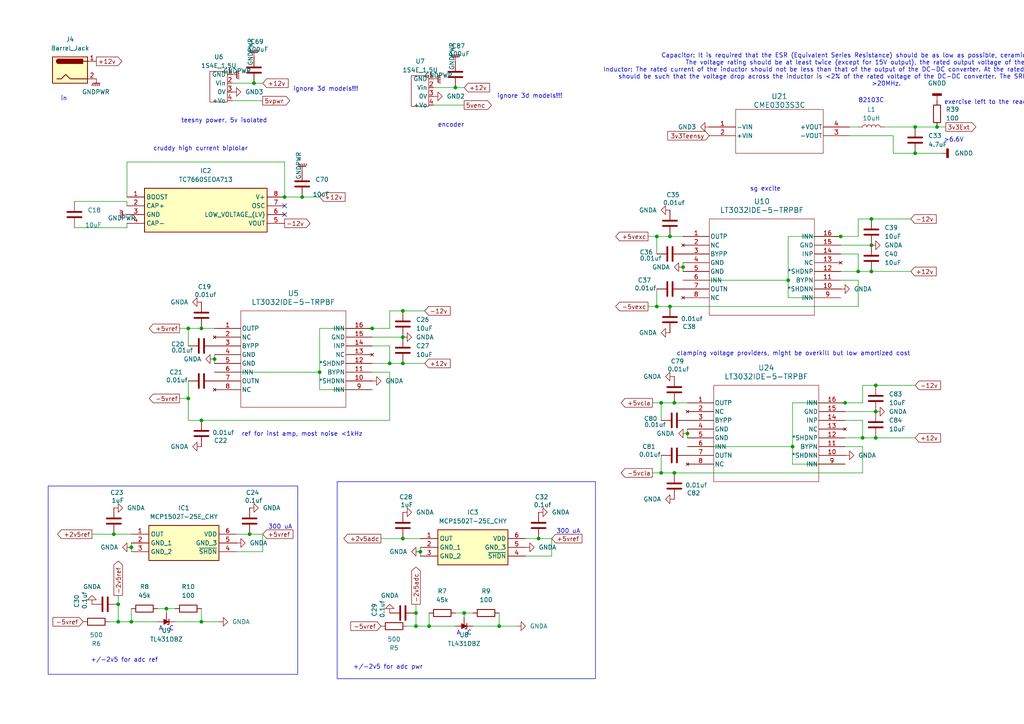
<source format=kicad_sch>
(kicad_sch (version 20231120) (generator "eeschema") (generator_version "8.0")
  (paper "A4")
  (lib_symbols
    (symbol "C_1" (pin_numbers hide) (pin_names (offset 0.254))
      (property "Reference" "C" (at 0.635 2.54 0))
      (property "Value" "C" (at 0.635 -2.54 0))
      (symbol "C_1_0_1"
        (polyline (pts (xy -2.032 -0.762) (xy 2.032 -0.762)) (stroke (width 0.508)))
        (polyline (pts (xy -2.032 0.762) (xy 2.032 0.762)) (stroke (width 0.508)))
      )
      (symbol "C_1_1_1"
        (pin passive line (at 0 3.81 270) (length 2.794) (name "~") (number "1"))
        (pin passive line (at 0 -3.81 90) (length 2.794) (name "~") (number "2"))
      )
    )
    (symbol "Connector:Barrel_Jack" (pin_names (offset 1.016))
      (property "Reference" "J" (at 0 5.334 0))
      (property "Value" "Barrel_Jack" (at 0 -5.08 0))
      (symbol "Barrel_Jack_0_1"
        (rectangle (start -5.08 3.81) (end 5.08 -3.81) (stroke (width 0.254)) (fill (type background)))
        (arc (start -3.302 3.175) (mid -3.9343 2.54) (end -3.302 1.905) (stroke (width 0.254)))
        (arc (start -3.302 3.175) (mid -3.9343 2.54) (end -3.302 1.905) (stroke (width 0.254)) (fill (type outline)))
        (polyline (pts (xy 5.08 2.54) (xy 3.81 2.54)) (stroke (width 0.254)))
        (polyline (pts (xy -3.81 -2.54) (xy -2.54 -2.54) (xy -1.27 -1.27) (xy 0 -2.54) (xy 2.54 -2.54) (xy 5.08 -2.54)) (stroke (width 0.254)))
        (rectangle (start 3.683 3.175) (end -3.302 1.905) (stroke (width 0.254)) (fill (type outline)))
      )
      (symbol "Barrel_Jack_1_1"
        (pin passive line (at 7.62 2.54 180) (length 2.54) (name "~") (number "1"))
        (pin passive line (at 7.62 -2.54 180) (length 2.54) (name "~") (number "2"))
      )
    )
    (symbol "Device:C" (pin_numbers hide) (pin_names (offset 0.254))
      (property "Reference" "C" (at 0.635 2.54 0))
      (property "Value" "C" (at 0.635 -2.54 0))
      (symbol "C_0_1"
        (polyline (pts (xy -2.032 -0.762) (xy 2.032 -0.762)) (stroke (width 0.508)))
        (polyline (pts (xy -2.032 0.762) (xy 2.032 0.762)) (stroke (width 0.508)))
      )
      (symbol "C_1_1"
        (pin passive line (at 0 3.81 270) (length 2.794) (name "~") (number "1"))
        (pin passive line (at 0 -3.81 90) (length 2.794) (name "~") (number "2"))
      )
    )
    (symbol "Device:L" (pin_numbers hide) (pin_names (offset 1.016) hide)
      (property "Reference" "L" (at -1.27 0 90))
      (property "Value" "L" (at 1.905 0 90))
      (symbol "L_0_1"
        (arc (start 0 -2.54) (mid 0.6323 -1.905) (end 0 -1.27))
        (arc (start 0 -1.27) (mid 0.6323 -0.635) (end 0 0))
        (arc (start 0 0) (mid 0.6323 0.635) (end 0 1.27))
        (arc (start 0 1.27) (mid 0.6323 1.905) (end 0 2.54))
      )
      (symbol "L_1_1"
        (pin passive line (at 0 3.81 270) (length 1.27) (name "1") (number "1"))
        (pin passive line (at 0 -3.81 90) (length 1.27) (name "2") (number "2"))
      )
    )
    (symbol "Device:R" (pin_numbers hide) (pin_names (offset 0))
      (property "Reference" "R" (at 2.032 0 90))
      (property "Value" "R" (at 0 0 90))
      (symbol "R_0_1"
        (rectangle (start -1.016 -2.54) (end 1.016 2.54) (stroke (width 0.254)))
      )
      (symbol "R_1_1"
        (pin passive line (at 0 3.81 270) (length 1.27) (name "~") (number "1"))
        (pin passive line (at 0 -3.81 90) (length 1.27) (name "~") (number "2"))
      )
    )
    (symbol "GNDA_1" (power) (pin_numbers hide) (pin_names (offset 0) hide)
      (property "Value" "GNDA" (at 0 -3.81 0))
      (symbol "GNDA_1_0_1"
        (polyline (pts (xy 0 0) (xy 0 -1.27) (xy 1.27 -1.27) (xy 0 -2.54) (xy -1.27 -1.27) (xy 0 -1.27)))
      )
      (symbol "GNDA_1_1_1"
        (pin power_in line (at 0 0 270) (length 0) (name "~") (number "1"))
      )
    )
    (symbol "Reference_Voltage:TL431DBZ" (pin_numbers hide) (pin_names hide)
      (property "Reference" "U" (at -2.54 2.54 0))
      (property "Value" "TL431DBZ" (at 0 -2.54 0))
      (symbol "TL431DBZ_0_1"
        (polyline (pts (xy -1.27 0) (xy 0 0) (xy 1.27 0)))
        (polyline (pts (xy -0.762 -0.762) (xy -0.762 0.762) (xy 0.762 0) (xy -0.762 -0.762)) (fill (type outline)))
        (polyline (pts (xy 0.254 -0.762) (xy 0.762 -0.762) (xy 0.762 0.762) (xy 0.762 0.762)) (stroke (width 0.254)))
      )
      (symbol "TL431DBZ_1_1"
        (pin passive line (at 2.54 0 180) (length 2.54) (name "K") (number "1"))
        (pin passive line (at 0 2.54 270) (length 2.54) (name "REF") (number "2"))
        (pin passive line (at -2.54 0 0) (length 2.54) (name "A") (number "3"))
      )
    )
    (symbol "dyno_inst_sym:1S4E_0505S1.5U"
      (property "Reference" "U" (at 0 4.826 0))
      (property "Value" "1S4E_1.5U" (at 0 0 0))
      (symbol "1S4E_0505S1.5U_0_1"
        (rectangle (start -2.6378 3.4211) (end 2.4422 -5.4689))
      )
      (symbol "1S4E_0505S1.5U_1_1"
        (pin power_out line (at 3.81 2.54 180) (length 1.27) (name "GND") (number "1"))
        (pin power_in line (at 3.81 0 180) (length 1.27) (name "Vin") (number "2"))
        (pin power_out line (at 3.81 -2.54 180) (length 1.27) (name "0V") (number "3"))
        (pin power_out line (at 3.81 -5.08 180) (length 1.27) (name "+Vo") (number "4"))
      )
    )
    (symbol "dyno_inst_sym:CME0303S3C" (pin_names (offset 0.254))
      (property "Reference" "U" (at 20.32 10.16 0))
      (property "Value" "CME0303S3C" (at 20.32 7.62 0))
      (symbol "CME0303S3C_0_1"
        (polyline (pts (xy 7.62 -7.62) (xy 33.02 -7.62)) (stroke (width 0.127)))
        (polyline (pts (xy 7.62 5.08) (xy 7.62 -7.62)) (stroke (width 0.127)))
        (polyline (pts (xy 33.02 -7.62) (xy 33.02 5.08)) (stroke (width 0.127)))
        (polyline (pts (xy 33.02 5.08) (xy 7.62 5.08)) (stroke (width 0.127)))
        (pin power_in line (at 0 0 0) (length 7.62) (name "-VIN") (number "1"))
        (pin power_in line (at 0 -2.54 0) (length 7.62) (name "+VIN") (number "2"))
        (pin power_in line (at 40.64 -2.54 180) (length 7.62) (name "-VOUT") (number "3"))
        (pin power_in line (at 40.64 0 180) (length 7.62) (name "+VOUT") (number "4"))
      )
    )
    (symbol "dyno_inst_sym:LT3032IDE-5-TRPBF" (pin_names (offset 0.254))
      (property "Reference" "U" (at 22.86 10.16 0))
      (property "Value" "LT3032IDE-5-TRPBF" (at 22.86 7.62 0))
      (symbol "LT3032IDE-5-TRPBF_0_1"
        (polyline (pts (xy 7.62 -22.86) (xy 38.1 -22.86)) (stroke (width 0.127)))
        (polyline (pts (xy 7.62 5.08) (xy 7.62 -22.86)) (stroke (width 0.127)))
        (polyline (pts (xy 38.1 -22.86) (xy 38.1 5.08)) (stroke (width 0.127)))
        (polyline (pts (xy 38.1 5.08) (xy 7.62 5.08)) (stroke (width 0.127)))
        (pin output line (at 0 0 0) (length 7.62) (name "OUTP") (number "1"))
        (pin input line (at 45.72 -15.24 180) (length 7.62) (name "*SHDNN") (number "10"))
        (pin unspecified line (at 45.72 -12.7 180) (length 7.62) (name "BYPN") (number "11"))
        (pin input line (at 45.72 -10.16 180) (length 7.62) (name "*SHDNP") (number "12"))
        (pin no_connect line (at 45.72 -7.62 180) (length 7.62) (name "NC") (number "13"))
        (pin input line (at 45.72 -5.08 180) (length 7.62) (name "INP") (number "14"))
        (pin power_out line (at 45.72 -2.54 180) (length 7.62) (name "GND") (number "15"))
        (pin input line (at 45.72 0 180) (length 7.62) (name "INN") (number "16"))
        (pin no_connect line (at 0 -2.54 0) (length 7.62) (name "NC") (number "2"))
        (pin unspecified line (at 0 -5.08 0) (length 7.62) (name "BYPP") (number "3"))
        (pin power_out line (at 0 -7.62 0) (length 7.62) (name "GND") (number "4"))
        (pin power_out line (at 0 -10.16 0) (length 7.62) (name "GND") (number "5"))
        (pin input line (at 0 -12.7 0) (length 7.62) (name "INN") (number "6"))
        (pin output line (at 0 -15.24 0) (length 7.62) (name "OUTN") (number "7"))
        (pin no_connect line (at 0 -17.78 0) (length 7.62) (name "NC") (number "8"))
        (pin input line (at 45.72 -17.78 180) (length 7.62) (name "INN") (number "9"))
      )
    )
    (symbol "dyno_inst_sym:MCP1502T-50E_CHY"
      (property "Reference" "IC2" (at 15.24 7.62 0))
      (property "Value" "MCP1502T-25E_CHY" (at 15.24 5.08 0))
      (symbol "MCP1502T-50E_CHY_1_1"
        (rectangle (start 5.08 2.54) (end 25.4 -7.62) (stroke (width 0.254)) (fill (type background)))
        (pin passive line (at 0 0 0) (length 5.08) (name "OUT") (number "1"))
        (pin passive line (at 0 -2.54 0) (length 5.08) (name "GND_1") (number "2"))
        (pin passive line (at 0 -5.08 0) (length 5.08) (name "GND_2") (number "3"))
        (pin passive line (at 30.48 -5.08 180) (length 5.08) (name "~{SHDN}") (number "4"))
        (pin passive line (at 30.48 -2.54 180) (length 5.08) (name "GND_3") (number "5"))
        (pin passive line (at 30.48 0 180) (length 5.08) (name "VDD") (number "6"))
      )
    )
    (symbol "dyno_inst_sym:TC7660SEOA713"
      (property "Reference" "IC" (at 41.91 7.62 0))
      (property "Value" "TC7660SEOA713" (at 41.91 5.08 0))
      (symbol "TC7660SEOA713_1_1"
        (rectangle (start 5.08 2.54) (end 40.64 -10.16) (stroke (width 0.254)) (fill (type background)))
        (pin passive line (at 0 0 0) (length 5.08) (name "BOOST") (number "1"))
        (pin passive line (at 0 -2.54 0) (length 5.08) (name "CAP+") (number "2"))
        (pin passive line (at 0 -5.08 0) (length 5.08) (name "GND") (number "3"))
        (pin passive line (at 0 -7.62 0) (length 5.08) (name "CAP-") (number "4"))
        (pin passive line (at 45.72 -7.62 180) (length 5.08) (name "VOUT") (number "5"))
        (pin passive line (at 45.72 -5.08 180) (length 5.08) (name "LOW_VOLTAGE_(LV)") (number "6"))
        (pin passive line (at 45.72 -2.54 180) (length 5.08) (name "OSC") (number "7"))
        (pin passive line (at 45.72 0 180) (length 5.08) (name "V+") (number "8"))
      )
    )
    (symbol "power:GND2" (power) (pin_numbers hide) (pin_names (offset 0) hide)
      (property "Value" "GND2" (at 0 -3.81 0))
      (symbol "GND2_0_1"
        (polyline (pts (xy 0 0) (xy 0 -1.27) (xy 1.27 -1.27) (xy 0 -2.54) (xy -1.27 -1.27) (xy 0 -1.27)))
      )
      (symbol "GND2_1_1"
        (pin power_in line (at 0 0 270) (length 0) (name "~") (number "1"))
      )
    )
    (symbol "power:GND3" (power) (pin_numbers hide) (pin_names (offset 0) hide)
      (property "Value" "GND3" (at 0 -3.81 0))
      (symbol "GND3_0_1"
        (polyline (pts (xy 0 0) (xy 0 -1.27) (xy 1.27 -1.27) (xy 0 -2.54) (xy -1.27 -1.27) (xy 0 -1.27)))
      )
      (symbol "GND3_1_1"
        (pin power_in line (at 0 0 270) (length 0) (name "~") (number "1"))
      )
    )
    (symbol "power:GNDD" (power) (pin_names (offset 0))
      (property "Value" "GNDD" (at 0 -3.175 0))
      (symbol "GNDD_0_1"
        (rectangle (start -1.27 -1.524) (end 1.27 -2.032) (stroke (width 0.254)) (fill (type outline)))
        (polyline (pts (xy 0 0) (xy 0 -1.524)))
      )
      (symbol "GNDD_1_1"
        (pin power_in line (at 0 0 270) (length 0) hide (name "GNDD") (number "1"))
      )
    )
    (symbol "power:GNDPWR" (power) (pin_numbers hide) (pin_names (offset 0) hide)
      (property "Value" "GNDPWR" (at 0 -3.302 0))
      (symbol "GNDPWR_0_1"
        (polyline (pts (xy 0 -1.27) (xy 0 0)))
        (polyline (pts (xy -1.016 -1.27) (xy -1.27 -2.032) (xy -1.27 -2.032)) (stroke (width 0.2032)))
        (polyline (pts (xy -0.508 -1.27) (xy -0.762 -2.032) (xy -0.762 -2.032)) (stroke (width 0.2032)))
        (polyline (pts (xy 0 -1.27) (xy -0.254 -2.032) (xy -0.254 -2.032)) (stroke (width 0.2032)))
        (polyline (pts (xy 0.508 -1.27) (xy 0.254 -2.032) (xy 0.254 -2.032)) (stroke (width 0.2032)))
        (polyline (pts (xy 1.016 -1.27) (xy -1.016 -1.27) (xy -1.016 -1.27)) (stroke (width 0.2032)))
        (polyline (pts (xy 1.016 -1.27) (xy 0.762 -2.032) (xy 0.762 -2.032) (xy 0.762 -2.032)) (stroke (width 0.2032)))
      )
      (symbol "GNDPWR_1_1"
        (pin power_in line (at 0 0 270) (length 0) (name "~") (number "1"))
      )
    )
  )
  (junction (at 54.61 115.57))
  (junction (at 132.08 25.4))
  (junction (at 254 119.38))
  (junction (at 252.73 63.5))
  (junction (at 265.43 44.45))
  (junction (at 228.6 81.28))
  (junction (at 144.78 181.61))
  (junction (at 107.95 95.25))
  (junction (at 82.55 57.15))
  (junction (at 73.66 24.13))
  (junction (at 199.39 125.73))
  (junction (at 190.5 68.58))
  (junction (at 92.71 107.95))
  (junction (at 58.42 180.34))
  (junction (at 120.65 181.61))
  (junction (at 58.42 121.92))
  (junction (at 134.62 177.8))
  (junction (at 48.26 176.53))
  (junction (at 34.29 180.34))
  (junction (at 120.65 177.8))
  (junction (at 58.42 95.25))
  (junction (at 252.73 71.12))
  (junction (at 248.92 78.74))
  (junction (at 194.31 88.9))
  (junction (at 198.12 77.47))
  (junction (at 116.84 105.41))
  (junction (at 38.1 158.75))
  (junction (at 271.78 36.83))
  (junction (at 254 127))
  (junction (at 229.87 129.54))
  (junction (at 116.84 90.17))
  (junction (at 195.58 116.84))
  (junction (at 191.77 137.16))
  (junction (at 243.84 68.58))
  (junction (at 87.63 57.15))
  (junction (at 34.29 175.26))
  (junction (at 38.1 180.34))
  (junction (at 195.58 137.16))
  (junction (at 156.21 156.21))
  (junction (at 116.84 156.21))
  (junction (at 54.61 95.25))
  (junction (at 124.46 181.61))
  (junction (at 113.03 105.41))
  (junction (at 116.84 97.79))
  (junction (at 72.39 154.94))
  (junction (at 194.31 68.58))
  (junction (at 254 111.76))
  (junction (at 245.11 116.84))
  (junction (at 265.43 36.83))
  (junction (at 191.77 116.84))
  (junction (at 252.73 78.74))
  (junction (at 33.02 154.94))
  (junction (at 190.5 88.9))
  (junction (at 250.19 127))
  (junction (at 121.92 160.02))
  (junction (at 62.23 104.14))
  (no_connect (at 82.55 59.69))
  (no_connect (at 82.55 62.23))
  (wire (pts (xy 194.31 68.58) (xy 198.12 68.58)))
  (wire (pts (xy 62.23 104.14) (xy 62.23 105.41)))
  (wire (pts (xy 248.92 68.58) (xy 243.84 68.58)))
  (wire (pts (xy 76.2 160.02) (xy 76.2 154.94)))
  (wire (pts (xy 113.03 90.17) (xy 113.03 95.25)))
  (wire (pts (xy 137.16 181.61) (xy 144.78 181.61)))
  (wire (pts (xy 120.65 181.61) (xy 118.11 181.61)))
  (wire (pts (xy 190.5 73.66) (xy 190.5 68.58)))
  (wire (pts (xy 191.77 116.84) (xy 195.58 116.84)))
  (wire (pts (xy 189.23 137.16) (xy 191.77 137.16)))
  (wire (pts (xy 254 111.76) (xy 250.19 111.76)))
  (wire (pts (xy 72.39 154.94) (xy 76.2 154.94)))
  (wire (pts (xy 228.6 86.36) (xy 243.84 86.36)))
  (wire (pts (xy 38.1 158.75) (xy 38.1 157.48)))
  (wire (pts (xy 190.5 68.58) (xy 194.31 68.58)))
  (wire (pts (xy 58.42 121.92) (xy 113.03 121.92)))
  (wire (pts (xy 52.07 95.25) (xy 54.61 95.25)))
  (wire (pts (xy 48.26 177.8) (xy 48.26 176.53)))
  (wire (pts (xy 113.03 107.95) (xy 107.95 107.95)))
  (wire (pts (xy 195.58 116.84) (xy 199.39 116.84)))
  (wire (pts (xy 190.5 83.82) (xy 190.5 88.9)))
  (wire (pts (xy 54.61 110.49) (xy 54.61 115.57)))
  (wire (pts (xy 26.67 154.94) (xy 33.02 154.94)))
  (wire (pts (xy 45.72 176.53) (xy 48.26 176.53)))
  (wire (pts (xy 54.61 100.33) (xy 54.61 95.25)))
  (wire (pts (xy 187.96 68.58) (xy 190.5 68.58)))
  (wire (pts (xy 156.21 156.21) (xy 160.02 156.21)))
  (wire (pts (xy 250.19 137.16) (xy 250.19 129.54)))
  (wire (pts (xy 38.1 180.34) (xy 34.29 180.34)))
  (wire (pts (xy 68.58 160.02) (xy 76.2 160.02)))
  (wire (pts (xy 45.72 180.34) (xy 38.1 180.34)))
  (wire (pts (xy 82.55 46.99) (xy 82.55 57.15)))
  (wire (pts (xy 132.08 181.61) (xy 124.46 181.61)))
  (wire (pts (xy 113.03 100.33) (xy 113.03 105.41)))
  (wire (pts (xy 228.6 68.58) (xy 228.6 81.28)))
  (wire (pts (xy 252.73 63.5) (xy 248.92 63.5)))
  (wire (pts (xy 82.55 57.15) (xy 87.63 57.15)))
  (wire (pts (xy 124.46 177.8) (xy 124.46 181.61)))
  (wire (pts (xy 121.92 160.02) (xy 121.92 158.75)))
  (wire (pts (xy 190.5 88.9) (xy 194.31 88.9)))
  (wire (pts (xy 58.42 95.25) (xy 62.23 95.25)))
  (wire (pts (xy 62.23 107.95) (xy 92.71 107.95)))
  (wire (pts (xy 54.61 95.25) (xy 58.42 95.25)))
  (wire (pts (xy 110.49 156.21) (xy 116.84 156.21)))
  (wire (pts (xy 58.42 176.53) (xy 58.42 180.34)))
  (wire (pts (xy 259.08 39.37) (xy 246.38 39.37)))
  (wire (pts (xy 243.84 68.58) (xy 228.6 68.58)))
  (wire (pts (xy 38.1 160.02) (xy 38.1 158.75)))
  (wire (pts (xy 199.39 125.73) (xy 199.39 127)))
  (wire (pts (xy 36.83 46.99) (xy 82.55 46.99)))
  (wire (pts (xy 254 111.76) (xy 265.43 111.76)))
  (wire (pts (xy 120.65 175.26) (xy 120.65 177.8)))
  (wire (pts (xy 273.05 44.45) (xy 265.43 44.45)))
  (wire (pts (xy 198.12 77.47) (xy 198.12 78.74)))
  (wire (pts (xy 245.11 127) (xy 250.19 127)))
  (wire (pts (xy 248.92 81.28) (xy 243.84 81.28)))
  (wire (pts (xy 116.84 90.17) (xy 113.03 90.17)))
  (wire (pts (xy 54.61 121.92) (xy 58.42 121.92)))
  (wire (pts (xy 113.03 121.92) (xy 113.03 107.95)))
  (wire (pts (xy 245.11 121.92) (xy 250.19 121.92)))
  (wire (pts (xy 271.78 36.83) (xy 265.43 36.83)))
  (wire (pts (xy 62.23 104.14) (xy 62.23 102.87)))
  (wire (pts (xy 248.92 78.74) (xy 252.73 78.74)))
  (wire (pts (xy 54.61 121.92) (xy 54.61 115.57)))
  (wire (pts (xy 36.83 57.15) (xy 36.83 46.99)))
  (wire (pts (xy 252.73 71.12) (xy 243.84 71.12)))
  (wire (pts (xy 92.71 107.95) (xy 92.71 113.03)))
  (wire (pts (xy 229.87 116.84) (xy 229.87 129.54)))
  (wire (pts (xy 121.92 161.29) (xy 121.92 160.02)))
  (wire (pts (xy 250.19 129.54) (xy 245.11 129.54)))
  (wire (pts (xy 120.65 177.8) (xy 120.65 181.61)))
  (wire (pts (xy 116.84 97.79) (xy 107.95 97.79)))
  (wire (pts (xy 33.02 154.94) (xy 38.1 154.94)))
  (wire (pts (xy 134.62 179.07) (xy 134.62 177.8)))
  (wire (pts (xy 243.84 78.74) (xy 248.92 78.74)))
  (wire (pts (xy 199.39 129.54) (xy 229.87 129.54)))
  (wire (pts (xy 250.19 111.76) (xy 250.19 116.84)))
  (wire (pts (xy 132.08 177.8) (xy 134.62 177.8)))
  (wire (pts (xy 187.96 88.9) (xy 190.5 88.9)))
  (wire (pts (xy 34.29 172.72) (xy 34.29 175.26)))
  (wire (pts (xy 73.66 24.13) (xy 67.31 24.13)))
  (wire (pts (xy 252.73 63.5) (xy 264.16 63.5)))
  (wire (pts (xy 152.4 156.21) (xy 156.21 156.21)))
  (wire (pts (xy 76.2 29.21) (xy 67.31 29.21)))
  (wire (pts (xy 248.92 36.83) (xy 246.38 36.83)))
  (wire (pts (xy 123.19 105.41) (xy 116.84 105.41)))
  (wire (pts (xy 144.78 177.8) (xy 144.78 181.61)))
  (wire (pts (xy 36.83 64.77) (xy 36.83 66.04)))
  (wire (pts (xy 36.83 66.04) (xy 21.59 66.04)))
  (wire (pts (xy 63.5 180.34) (xy 58.42 180.34)))
  (wire (pts (xy 265.43 44.45) (xy 259.08 44.45)))
  (wire (pts (xy 152.4 161.29) (xy 160.02 161.29)))
  (wire (pts (xy 134.62 25.4) (xy 132.08 25.4)))
  (wire (pts (xy 228.6 81.28) (xy 228.6 86.36)))
  (wire (pts (xy 107.95 95.25) (xy 92.71 95.25)))
  (wire (pts (xy 229.87 129.54) (xy 229.87 134.62)))
  (wire (pts (xy 198.12 81.28) (xy 228.6 81.28)))
  (wire (pts (xy 229.87 134.62) (xy 245.11 134.62)))
  (wire (pts (xy 34.29 175.26) (xy 34.29 180.34)))
  (wire (pts (xy 191.77 137.16) (xy 195.58 137.16)))
  (wire (pts (xy 34.29 180.34) (xy 31.75 180.34)))
  (wire (pts (xy 254 119.38) (xy 245.11 119.38)))
  (wire (pts (xy 191.77 132.08) (xy 191.77 137.16)))
  (wire (pts (xy 189.23 116.84) (xy 191.77 116.84)))
  (wire (pts (xy 264.16 78.74) (xy 252.73 78.74)))
  (wire (pts (xy 113.03 95.25) (xy 107.95 95.25)))
  (wire (pts (xy 194.31 88.9) (xy 248.92 88.9)))
  (wire (pts (xy 36.83 59.69) (xy 36.83 58.42)))
  (wire (pts (xy 52.07 115.57) (xy 54.61 115.57)))
  (wire (pts (xy 124.46 181.61) (xy 120.65 181.61)))
  (wire (pts (xy 48.26 176.53) (xy 50.8 176.53)))
  (wire (pts (xy 36.83 58.42) (xy 21.59 58.42)))
  (wire (pts (xy 116.84 90.17) (xy 123.19 90.17)))
  (wire (pts (xy 248.92 73.66) (xy 248.92 78.74)))
  (wire (pts (xy 38.1 176.53) (xy 38.1 180.34)))
  (wire (pts (xy 265.43 36.83) (xy 256.54 36.83)))
  (wire (pts (xy 248.92 88.9) (xy 248.92 81.28)))
  (wire (pts (xy 132.08 25.4) (xy 125.73 25.4)))
  (wire (pts (xy 250.19 121.92) (xy 250.19 127)))
  (wire (pts (xy 191.77 121.92) (xy 191.77 116.84)))
  (wire (pts (xy 50.8 180.34) (xy 58.42 180.34)))
  (wire (pts (xy 265.43 127) (xy 254 127)))
  (wire (pts (xy 245.11 116.84) (xy 229.87 116.84)))
  (wire (pts (xy 199.39 125.73) (xy 199.39 124.46)))
  (wire (pts (xy 149.86 181.61) (xy 144.78 181.61)))
  (wire (pts (xy 76.2 24.13) (xy 73.66 24.13)))
  (wire (pts (xy 134.62 30.48) (xy 125.73 30.48)))
  (wire (pts (xy 198.12 77.47) (xy 198.12 76.2)))
  (wire (pts (xy 87.63 57.15) (xy 92.71 57.15)))
  (wire (pts (xy 134.62 177.8) (xy 137.16 177.8)))
  (wire (pts (xy 160.02 161.29) (xy 160.02 156.21)))
  (wire (pts (xy 107.95 105.41) (xy 113.03 105.41)))
  (wire (pts (xy 92.71 95.25) (xy 92.71 107.95)))
  (wire (pts (xy 92.71 113.03) (xy 107.95 113.03)))
  (wire (pts (xy 274.32 36.83) (xy 271.78 36.83)))
  (wire (pts (xy 195.58 137.16) (xy 250.19 137.16)))
  (wire (pts (xy 259.08 44.45) (xy 259.08 39.37)))
  (wire (pts (xy 113.03 105.41) (xy 116.84 105.41)))
  (wire (pts (xy 250.19 116.84) (xy 245.11 116.84)))
  (wire (pts (xy 248.92 63.5) (xy 248.92 68.58)))
  (wire (pts (xy 243.84 73.66) (xy 248.92 73.66)))
  (wire (pts (xy 116.84 156.21) (xy 121.92 156.21)))
  (wire (pts (xy 250.19 127) (xy 254 127)))
  (wire (pts (xy 107.95 100.33) (xy 113.03 100.33)))
  (wire (pts (xy 68.58 154.94) (xy 72.39 154.94)))
  (rectangle (start 13.97 140.97) (end 86.36 195.58))
  (rectangle (start 97.79 139.7) (end 172.72 196.85))
  (text "cruddy high current biplolar" (at 58.166 43.18 0) (effects (font (size 1.27 1.27))))
  (text "clamping voltage providers, might be overkill but low amortized cost" (at 230.124 102.616 0) (effects (font (size 1.27 1.27))))
  (text "exercise left to the reader to figure out why this is here" (at 301.752 29.718 0) (effects (font (size 1.27 1.27))))
  (text "encoder" (at 130.81 36.322 0) (effects (font (size 1.27 1.27))))
  (text "Capacitor: It is required that the ESR (Equivalent Series Resistance) should be as low as possible, ceramic types are recommended.\nThe voltage rating should be at least twice (except for 15V output), the rated output voltage of the DC-DC converter.\nInductor: The rated current of the inductor should not be less than that of the output of the DC-DC converter. At the rated current, the DC resistance of the inductor\nshould be such that the voltage drop across the inductor is <2% of the rated voltage of the DC-DC converter. The SRF (Self Resonant Frequency) should be\n>20MHz." (at 257.048 20.32 0) (effects (font (size 1.27 1.27))))
  (text "ignore 3d models!!!" (at 94.488 25.908 0) (effects (font (size 1.27 1.27))))
  (text "+/-2v5 for adc pwr" (at 112.522 193.548 0) (effects (font (size 1.27 1.27))))
  (text "300 uA" (at 164.846 154.178 0) (effects (font (size 1.27 1.27))))
  (text "in" (at 18.542 28.702 0) (effects (font (size 1.27 1.27))))
  (text "+/-2v5 for adc ref" (at 36.068 191.516 0) (effects (font (size 1.27 1.27))))
  (text "ignore 3d models!!!" (at 153.67 27.94 0) (effects (font (size 1.27 1.27))))
  (text "teesny power, 5v isolated" (at 65.024 35.052 0) (effects (font (size 1.27 1.27))))
  (text "300 uA" (at 81.28 152.908 0) (effects (font (size 1.27 1.27))))
  (text "A  C" (at 48.26 182.372 0) (effects (font (size 1.27 1.27))))
  (text ">6.6V" (at 276.606 40.64 0) (effects (font (size 1.27 1.27))))
  (text "sg excite" (at 221.996 54.864 0) (effects (font (size 1.27 1.27))))
  (text "A  C" (at 134.62 183.642 0) (effects (font (size 1.27 1.27))))
  (text "ref for inst amp, most noise <1kHz" (at 87.63 125.984 0) (effects (font (size 1.27 1.27))))
  (text " 82103C" (at 252.222 29.21 0) (effects (font (size 1.27 1.27))))
  (global_label "+12v" (shape input) (at 265.43 127 0) (property "Intersheetrefs" "${INTERSHEET_REFS}" (effects (hide yes))))
  (global_label "-5vcla" (shape output) (at 189.23 137.16 180) (property "Intersheetrefs" "${INTERSHEET_REFS}" (effects (hide yes))))
  (global_label "-2v5ref" (shape output) (at 34.29 172.72 90) (property "Intersheetrefs" "${INTERSHEET_REFS}" (effects (hide yes))))
  (global_label "3v3Teensy" (shape input) (at 205.74 39.37 180) (property "Intersheetrefs" "${INTERSHEET_REFS}" (effects (hide yes))))
  (global_label "-12v" (shape input) (at 264.16 63.5 0) (property "Intersheetrefs" "${INTERSHEET_REFS}" (effects (hide yes))))
  (global_label "+5vexc" (shape output) (at 187.96 68.58 180) (property "Intersheetrefs" "${INTERSHEET_REFS}" (effects (hide yes))))
  (global_label "-2v5adc" (shape output) (at 120.65 175.26 90) (property "Intersheetrefs" "${INTERSHEET_REFS}" (effects (hide yes))))
  (global_label "+12v" (shape input) (at 134.62 25.4 0) (property "Intersheetrefs" "${INTERSHEET_REFS}" (effects (hide yes))))
  (global_label "+5vref" (shape output) (at 52.07 95.25 180) (property "Intersheetrefs" "${INTERSHEET_REFS}" (effects (hide yes))))
  (global_label "-5vref" (shape input) (at 24.13 180.34 180) (property "Intersheetrefs" "${INTERSHEET_REFS}" (effects (hide yes))))
  (global_label "+12v" (shape output) (at 27.94 17.78 0) (property "Intersheetrefs" "${INTERSHEET_REFS}" (effects (hide yes))))
  (global_label "+12v" (shape input) (at 76.2 24.13 0) (property "Intersheetrefs" "${INTERSHEET_REFS}" (effects (hide yes))))
  (global_label "+5vref" (shape input) (at 160.02 156.21 0) (property "Intersheetrefs" "${INTERSHEET_REFS}" (effects (hide yes))))
  (global_label "+2v5adc" (shape output) (at 110.49 156.21 180) (property "Intersheetrefs" "${INTERSHEET_REFS}" (effects (hide yes))))
  (global_label "+12v" (shape input) (at 123.19 105.41 0) (property "Intersheetrefs" "${INTERSHEET_REFS}" (effects (hide yes))))
  (global_label "+12v" (shape input) (at 264.16 78.74 0) (property "Intersheetrefs" "${INTERSHEET_REFS}" (effects (hide yes))))
  (global_label "3v3Ext" (shape output) (at 274.32 36.83 0) (property "Intersheetrefs" "${INTERSHEET_REFS}" (effects (hide yes))))
  (global_label "-12v" (shape input) (at 123.19 90.17 0) (property "Intersheetrefs" "${INTERSHEET_REFS}" (effects (hide yes))))
  (global_label "+12v" (shape input) (at 92.71 57.15 0) (property "Intersheetrefs" "${INTERSHEET_REFS}" (effects (hide yes))))
  (global_label "-12v" (shape input) (at 265.43 111.76 0) (property "Intersheetrefs" "${INTERSHEET_REFS}" (effects (hide yes))))
  (global_label "-5vref" (shape input) (at 110.49 181.61 180) (property "Intersheetrefs" "${INTERSHEET_REFS}" (effects (hide yes))))
  (global_label "+5vref" (shape input) (at 76.2 154.94 0) (property "Intersheetrefs" "${INTERSHEET_REFS}" (effects (hide yes))))
  (global_label "5vpwr" (shape output) (at 76.2 29.21 0) (property "Intersheetrefs" "${INTERSHEET_REFS}" (effects (hide yes))))
  (global_label "+2v5ref" (shape output) (at 26.67 154.94 180) (property "Intersheetrefs" "${INTERSHEET_REFS}" (effects (hide yes))))
  (global_label "+5vcla" (shape output) (at 189.23 116.84 180) (property "Intersheetrefs" "${INTERSHEET_REFS}" (effects (hide yes))))
  (global_label "-5vexc" (shape output) (at 187.96 88.9 180) (property "Intersheetrefs" "${INTERSHEET_REFS}" (effects (hide yes))))
  (global_label "5venc" (shape output) (at 134.62 30.48 0) (property "Intersheetrefs" "${INTERSHEET_REFS}" (effects (hide yes))))
  (global_label "-12v" (shape output) (at 82.55 64.77 0) (property "Intersheetrefs" "${INTERSHEET_REFS}" (effects (hide yes))))
  (global_label "-5vref" (shape output) (at 52.07 115.57 180) (property "Intersheetrefs" "${INTERSHEET_REFS}" (effects (hide yes))))
  (symbol (lib_id "dyno_inst_sym:1S4E_0505S1.5U") (at 63.5 24.13 0) (unit 1)
    (property "Reference" "U6" (at 63.4511 16.51 0))
    (property "Value" "1S4E_1.5U" (at 63.4511 19.05 0))
    (property "Footprint" "Connector_PinHeader_2.54mm:PinHeader_1x04_P2.54mm_Vertical" (effects (hide yes)))
    (property "Description" "isolated dcdc, 5 vout" (effects (hide yes)))
  )
  (symbol (lib_id "power:GNDD") (at 273.05 44.45 90) (unit 1)
    (property "Reference" "#PWR050" (effects (hide yes)))
    (property "Value" "GNDD" (at 276.86 44.4499 90) (effects (justify right)))
  )
  (symbol (lib_name "GNDA_1") (lib_id "power:GNDA") (at 195.58 109.22 270) (unit 1)
    (property "Reference" "#PWR097" (effects (hide yes)))
    (property "Value" "GNDA" (at 191.77 109.2199 90) (effects (justify right)))
    (property "Description" "Power symbol creates a global label with name \"GNDA\" , analog ground" (effects (hide yes)))
  )
  (symbol (lib_name "GNDA_1") (lib_id "power:GNDA") (at 107.95 110.49 90) (unit 1)
    (property "Reference" "#PWR042" (effects (hide yes)))
    (property "Value" "GNDA" (at 111.76 110.4899 90) (effects (justify right)))
    (property "Description" "Power symbol creates a global label with name \"GNDA\" , analog ground" (effects (hide yes)))
  )
  (symbol (lib_name "GNDA_1") (lib_id "power:GNDA") (at 152.4 158.75 90) (unit 1)
    (property "Reference" "#PWR051" (effects (hide yes)))
    (property "Value" "GNDA" (at 156.21 158.7499 90) (effects (justify right)))
    (property "Description" "Power symbol creates a global label with name \"GNDA\" , analog ground" (effects (hide yes)))
  )
  (symbol (lib_id "Device:C") (at 265.43 40.64 0) (unit 1)
    (property "Reference" "C33" (at 269.24 39.37 0) (effects (justify left)))
    (property "Value" "4.7uF" (at 269.24 41.91 0) (effects (justify left)))
    (property "Footprint" "Capacitor_SMD:C_0402_1005Metric" (effects (hide yes)))
    (property "Description" "Unpolarized capacitor" (effects (hide yes)))
  )
  (symbol (lib_id "Device:C") (at 254 115.57 0) (unit 1)
    (property "Reference" "C83" (at 257.81 114.3 0) (effects (justify left)))
    (property "Value" "10uF" (at 257.81 116.84 0) (effects (justify left)))
    (property "Footprint" "Capacitor_SMD:C_0402_1005Metric" (effects (hide yes)))
    (property "Description" "Unpolarized capacitor" (effects (hide yes)))
  )
  (symbol (lib_name "GNDA_1") (lib_id "power:GNDA") (at 194.31 96.52 270) (mirror x) (unit 1)
    (property "Reference" "#PWR059" (effects (hide yes)))
    (property "Value" "GNDA" (at 190.5 96.5201 90) (effects (justify right)))
    (property "Description" "Power symbol creates a global label with name \"GNDA\" , analog ground" (effects (hide yes)))
  )
  (symbol (lib_name "GNDA_1") (lib_id "power:GNDA") (at 116.84 148.59 90) (unit 1)
    (property "Reference" "#PWR045" (effects (hide yes)))
    (property "Value" "GNDA" (at 120.65 148.5899 90) (effects (justify right)))
    (property "Description" "Power symbol creates a global label with name \"GNDA\" , analog ground" (effects (hide yes)))
  )
  (symbol (lib_name "GNDA_1") (lib_id "power:GNDA") (at 26.67 175.26 180) (unit 1)
    (property "Reference" "#PWR048" (effects (hide yes)))
    (property "Value" "GNDA" (at 26.67 170.18 0))
    (property "Description" "Power symbol creates a global label with name \"GNDA\" , analog ground" (effects (hide yes)))
  )
  (symbol (lib_name "GNDA_1") (lib_id "power:GNDA") (at 33.02 147.32 90) (unit 1)
    (property "Reference" "#PWR034" (effects (hide yes)))
    (property "Value" "GNDA" (at 36.83 147.3199 90) (effects (justify right)))
    (property "Description" "Power symbol creates a global label with name \"GNDA\" , analog ground" (effects (hide yes)))
  )
  (symbol (lib_id "Device:R") (at 140.97 177.8 90) (unit 1)
    (property "Reference" "R9" (at 140.97 171.45 90))
    (property "Value" "100" (at 140.97 173.99 90))
    (property "Footprint" "Resistor_SMD:R_0402_1005Metric" (effects (hide yes)))
    (property "Description" "Resistor" (effects (hide yes)))
  )
  (symbol (lib_id "Device:R") (at 128.27 177.8 90) (unit 1)
    (property "Reference" "R7" (at 128.27 171.45 90))
    (property "Value" "45k" (at 128.27 173.99 90))
    (property "Footprint" "Resistor_SMD:R_0402_1005Metric" (effects (hide yes)))
    (property "Description" "Resistor" (effects (hide yes)))
  )
  (symbol (lib_id "dyno_inst_sym:LT3032IDE-5-TRPBF") (at 199.39 116.84 0) (unit 1)
    (property "Reference" "U24" (at 222.25 106.68 0) (effects (font (size 1.524 1.524))))
    (property "Value" "LT3032IDE-5-TRPBF" (at 222.25 109.22 0) (effects (font (size 1.524 1.524))))
    (property "Footprint" "dynoinst_fp:DFN14_DE14MA_ADI" (effects (hide yes)))
    (property "Datasheet" "LT3032IDE-5-TRPBF" (effects (hide yes)))
    (property "Description" "+/-5 v" (effects (hide yes)))
  )
  (symbol (lib_name "GNDA_1") (lib_id "power:GNDA") (at 199.39 125.73 270) (unit 1)
    (property "Reference" "#PWR099" (effects (hide yes)))
    (property "Value" "GNDA" (at 195.58 125.7299 90) (effects (justify right)))
    (property "Description" "Power symbol creates a global label with name \"GNDA\" , analog ground" (effects (hide yes)))
  )
  (symbol (lib_name "GNDA_1") (lib_id "power:GNDA") (at 62.23 104.14 270) (unit 1)
    (property "Reference" "#PWR035" (effects (hide yes)))
    (property "Value" "GNDA" (at 58.42 104.1399 90) (effects (justify right)))
    (property "Description" "Power symbol creates a global label with name \"GNDA\" , analog ground" (effects (hide yes)))
  )
  (symbol (lib_id "Device:C") (at 72.39 151.13 0) (unit 1)
    (property "Reference" "C24" (at 73.279 142.875 0))
    (property "Value" "0.1uf" (at 73.533 145.161 0))
    (property "Footprint" "Capacitor_SMD:C_0402_1005Metric" (effects (hide yes)))
    (property "Description" "Unpolarized capacitor" (effects (hide yes)))
  )
  (symbol (lib_id "Device:C") (at 254 123.19 0) (unit 1)
    (property "Reference" "C84" (at 257.81 121.92 0) (effects (justify left)))
    (property "Value" "10uF" (at 257.81 124.46 0) (effects (justify left)))
    (property "Footprint" "Capacitor_SMD:C_0402_1005Metric" (effects (hide yes)))
    (property "Description" "Unpolarized capacitor" (effects (hide yes)))
  )
  (symbol (lib_id "Device:R") (at 41.91 176.53 90) (unit 1)
    (property "Reference" "R8" (at 41.91 170.18 90))
    (property "Value" "45k" (at 41.91 172.72 90))
    (property "Footprint" "Resistor_SMD:R_0402_1005Metric" (effects (hide yes)))
    (property "Description" "Resistor" (effects (hide yes)))
  )
  (symbol (lib_id "dyno_inst_sym:MCP1502T-50E_CHY") (at 38.1 154.94 0) (unit 1)
    (property "Reference" "IC1" (at 53.34 147.32 0))
    (property "Value" "MCP1502T-25E_CHY" (at 53.34 149.86 0))
    (property "Footprint" "dynoinst_fp:SOT95P280X145-6N" (effects (hide yes)))
    (property "Datasheet" "https://ww1.microchip.com/downloads/aemDocuments/documents/MSLD/ProductDocuments/DataSheets/MCP1502-Data-Sheet-20006593B.pdf" (effects (hide yes)))
    (property "Description" "Voltage References" (effects (hide yes)))
    (property "Height" "1.45" (effects (hide yes)))
    (property "Mouser Part Number" "579-MCP1502T-50E/CHY" (effects (hide yes)))
    (property "Mouser Price/Stock" "https://www.mouser.co.uk/ProductDetail/Microchip-Technology/MCP1502T-50E-CHY?qs=Li%252BoUPsLEnukQ4XpgK0TvA%3D%3D" (effects (hide yes)))
    (property "Manufacturer_Name" "Microchip" (effects (hide yes)))
    (property "Manufacturer_Part_Number" "MCP1502T-50E/CHY" (effects (hide yes)))
  )
  (symbol (lib_id "dyno_inst_sym:CME0303S3C") (at 205.74 36.83 0) (unit 1)
    (property "Reference" "U21" (at 226.06 27.94 0) (effects (font (size 1.524 1.524))))
    (property "Value" "CME0303S3C" (at 226.06 30.48 0) (effects (font (size 1.524 1.524))))
    (property "Footprint" "dynoinst_fp:SIP4_CME0303_MUR" (effects (hide yes)))
    (property "Datasheet" "CME0303S3C" (effects (hide yes)))
    (property "Description" "3v3/iso 3v3" (effects (hide yes)))
  )
  (symbol (lib_name "GNDA_1") (lib_id "power:GNDA") (at 252.73 71.12 90) (unit 1)
    (property "Reference" "#PWR063" (effects (hide yes)))
    (property "Value" "GNDA" (at 256.54 71.1199 90) (effects (justify right)))
    (property "Description" "Power symbol creates a global label with name \"GNDA\" , analog ground" (effects (hide yes)))
  )
  (symbol (lib_id "Device:C") (at 116.84 101.6 0) (unit 1)
    (property "Reference" "C27" (at 120.65 100.33 0) (effects (justify left)))
    (property "Value" "10uF" (at 120.65 102.87 0) (effects (justify left)))
    (property "Footprint" "Capacitor_SMD:C_0402_1005Metric" (effects (hide yes)))
    (property "Description" "Unpolarized capacitor" (effects (hide yes)))
  )
  (symbol (lib_id "dyno_inst_sym:TC7660SEOA713") (at 36.83 57.15 0) (unit 1)
    (property "Reference" "IC2" (at 59.69 49.53 0))
    (property "Value" "TC7660SEOA713" (at 59.69 52.07 0))
    (property "Footprint" "dynoinst_fp:SOIC127P600X175-8N" (effects (hide yes)))
    (property "Datasheet" "https://componentsearchengine.com/Datasheets/1/TC7660SEOA713.pdf" (effects (hide yes)))
    (property "Description" "Switching Voltage Regulators High Voltage" (effects (hide yes)))
    (property "Height" "1.75" (effects (hide yes)))
    (property "Mouser Part Number" "579-TC7660SEOA713" (effects (hide yes)))
    (property "Mouser Price/Stock" "https://www.mouser.co.uk/ProductDetail/Microchip-Technology/TC7660SEOA713?qs=zTHaqZazPEfX2%2FblRmW4uw%3D%3D" (effects (hide yes)))
    (property "Manufacturer_Name" "Microchip" (effects (hide yes)))
    (property "Manufacturer_Part_Number" "TC7660SEOA713" (effects (hide yes)))
  )
  (symbol (lib_name "GNDA_1") (lib_id "power:GNDA") (at 245.11 132.08 90) (unit 1)
    (property "Reference" "#PWR0100" (effects (hide yes)))
    (property "Value" "GNDA" (at 248.92 132.0799 90) (effects (justify right)))
    (property "Description" "Power symbol creates a global label with name \"GNDA\" , analog ground" (effects (hide yes)))
  )
  (symbol (lib_name "GNDA_1") (lib_id "power:GNDA") (at 68.58 157.48 90) (unit 1)
    (property "Reference" "#PWR040" (effects (hide yes)))
    (property "Value" "GNDA" (at 72.39 157.4799 90) (effects (justify right)))
    (property "Description" "Power symbol creates a global label with name \"GNDA\" , analog ground" (effects (hide yes)))
  )
  (symbol (lib_id "power:GNDPWR") (at 27.94 22.86 0) (unit 1)
    (property "Reference" "#PWR031" (effects (hide yes)))
    (property "Value" "GNDPWR" (at 27.813 26.67 0))
    (property "Description" "Power symbol creates a global label with name \"GNDPWR\" , global ground" (effects (hide yes)))
  )
  (symbol (lib_id "power:GND2") (at 125.73 27.94 90) (unit 1)
    (property "Reference" "#PWR043" (effects (hide yes)))
    (property "Value" "GND2" (at 129.54 27.9399 90) (effects (justify right)))
    (property "Description" "Power symbol creates a global label with name \"GND2\" , ground" (effects (hide yes)))
  )
  (symbol (lib_id "power:GND3") (at 67.31 26.67 90) (unit 1)
    (property "Reference" "#PWR039" (effects (hide yes)))
    (property "Value" "GND3" (at 71.12 26.6699 90) (effects (justify right)))
    (property "Description" "Power symbol creates a global label with name \"GND3\" , ground" (effects (hide yes)))
  )
  (symbol (lib_id "Device:C") (at 33.02 151.13 0) (unit 1)
    (property "Reference" "C23" (at 33.909 142.875 0))
    (property "Value" "1uF" (at 34.163 145.161 0))
    (property "Footprint" "Capacitor_SMD:C_0402_1005Metric" (effects (hide yes)))
    (property "Description" "Unpolarized capacitor" (effects (hide yes)))
  )
  (symbol (lib_id "power:GNDPWR") (at 73.66 16.51 180) (unit 1)
    (property "Reference" "#PWR091" (effects (hide yes)))
    (property "Value" "GNDPWR" (at 72.644 19.05 90) (effects (justify right)))
    (property "Description" "Power symbol creates a global label with name \"GNDPWR\" , global ground" (effects (hide yes)))
  )
  (symbol (lib_name "GNDA_1") (lib_id "power:GNDA") (at 254 119.38 90) (unit 1)
    (property "Reference" "#PWR0101" (effects (hide yes)))
    (property "Value" "GNDA" (at 257.81 119.3799 90) (effects (justify right)))
    (property "Description" "Power symbol creates a global label with name \"GNDA\" , analog ground" (effects (hide yes)))
  )
  (symbol (lib_id "Device:C") (at 194.31 92.71 0) (mirror x) (unit 1)
    (property "Reference" "C38" (at 199.898 94.742 0))
    (property "Value" "0.01uf" (at 200.66 92.456 0))
    (property "Footprint" "Capacitor_SMD:C_0402_1005Metric" (effects (hide yes)))
    (property "Description" "Unpolarized capacitor" (effects (hide yes)))
  )
  (symbol (lib_id "Device:L") (at 252.73 36.83 90) (unit 1)
    (property "Reference" "L1" (at 252.73 31.75 90))
    (property "Value" "10uH" (at 252.73 34.29 90))
    (property "Footprint" "Inductor_SMD:L_1210_3225Metric" (effects (hide yes)))
    (property "Description" "Inductor" (effects (hide yes)))
  )
  (symbol (lib_id "Device:C") (at 194.31 73.66 90) (unit 1)
    (property "Reference" "C36" (at 187.452 73.152 90))
    (property "Value" "0.01uf" (at 188.722 74.93 90))
    (property "Footprint" "Capacitor_SMD:C_0402_1005Metric" (effects (hide yes)))
    (property "Description" "Unpolarized capacitor" (effects (hide yes)))
  )
  (symbol (lib_name "GNDA_1") (lib_id "power:GNDA") (at 116.84 97.79 90) (unit 1)
    (property "Reference" "#PWR044" (effects (hide yes)))
    (property "Value" "GNDA" (at 120.65 97.7899 90) (effects (justify right)))
    (property "Description" "Power symbol creates a global label with name \"GNDA\" , analog ground" (effects (hide yes)))
  )
  (symbol (lib_name "GNDA_1") (lib_id "power:GNDA") (at 194.31 60.96 270) (unit 1)
    (property "Reference" "#PWR058" (effects (hide yes)))
    (property "Value" "GNDA" (at 190.5 60.9599 90) (effects (justify right)))
    (property "Description" "Power symbol creates a global label with name \"GNDA\" , analog ground" (effects (hide yes)))
  )
  (symbol (lib_name "C_1") (lib_id "Device:C") (at 87.63 53.34 0) (unit 1)
    (property "Reference" "C70" (at 91.44 52.0699 0) (effects (justify left)))
    (property "Value" "10uF" (at 90.678 56.388 0) (effects (justify left)))
    (property "Footprint" "Capacitor_SMD:C_0603_1608Metric" (effects (hide yes)))
    (property "Description" "Unpolarized capacitor" (effects (hide yes)))
  )
  (symbol (lib_name "GNDA_1") (lib_id "power:GNDA") (at 58.42 129.54 270) (mirror x) (unit 1)
    (property "Reference" "#PWR033" (effects (hide yes)))
    (property "Value" "GNDA" (at 54.61 129.5401 90) (effects (justify right)))
    (property "Description" "Power symbol creates a global label with name \"GNDA\" , analog ground" (effects (hide yes)))
  )
  (symbol (lib_name "GNDA_1") (lib_id "power:GNDA") (at 149.86 181.61 90) (unit 1)
    (property "Reference" "#PWR053" (effects (hide yes)))
    (property "Value" "GNDA" (at 153.67 181.6099 90) (effects (justify right)))
    (property "Description" "Power symbol creates a global label with name \"GNDA\" , analog ground" (effects (hide yes)))
  )
  (symbol (lib_id "power:GNDPWR") (at 132.08 17.78 180) (unit 1)
    (property "Reference" "#PWR0106" (effects (hide yes)))
    (property "Value" "GNDPWR" (at 131.064 20.32 90) (effects (justify right)))
    (property "Description" "Power symbol creates a global label with name \"GNDPWR\" , global ground" (effects (hide yes)))
  )
  (symbol (lib_id "Device:R") (at 114.3 181.61 90) (mirror x) (unit 1)
    (property "Reference" "R5" (at 114.3 187.96 90))
    (property "Value" "500" (at 114.3 185.42 90))
    (property "Footprint" "Resistor_SMD:R_0402_1005Metric" (effects (hide yes)))
    (property "Description" "Resistor" (effects (hide yes)))
  )
  (symbol (lib_id "power:GND3") (at 205.74 36.83 270) (unit 1)
    (property "Reference" "#PWR049" (effects (hide yes)))
    (property "Value" "GND3" (at 201.93 36.8299 90) (effects (justify right)))
    (property "Description" "Power symbol creates a global label with name \"GND3\" , ground" (effects (hide yes)))
  )
  (symbol (lib_id "Device:C") (at 194.31 64.77 0) (unit 1)
    (property "Reference" "C35" (at 195.199 56.515 0))
    (property "Value" "0.01uf" (at 195.453 58.801 0))
    (property "Footprint" "Capacitor_SMD:C_0402_1005Metric" (effects (hide yes)))
    (property "Description" "Unpolarized capacitor" (effects (hide yes)))
  )
  (symbol (lib_id "Device:C") (at 195.58 132.08 90) (unit 1)
    (property "Reference" "C81" (at 188.214 129.54 90))
    (property "Value" "0.01uf" (at 188.468 131.826 90))
    (property "Footprint" "Capacitor_SMD:C_0402_1005Metric" (effects (hide yes)))
    (property "Description" "Unpolarized capacitor" (effects (hide yes)))
  )
  (symbol (lib_id "Device:R") (at 27.94 180.34 90) (mirror x) (unit 1)
    (property "Reference" "R6" (at 27.94 186.69 90))
    (property "Value" "500" (at 27.94 184.15 90))
    (property "Footprint" "Resistor_SMD:R_0402_1005Metric" (effects (hide yes)))
    (property "Description" "Resistor" (effects (hide yes)))
  )
  (symbol (lib_id "power:GNDPWR") (at 125.73 22.86 90) (unit 1)
    (property "Reference" "#PWR0104" (effects (hide yes)))
    (property "Value" "GNDPWR" (at 123.19 21.844 90) (effects (justify right)))
    (property "Description" "Power symbol creates a global label with name \"GNDPWR\" , global ground" (effects (hide yes)))
  )
  (symbol (lib_id "dyno_inst_sym:LT3032IDE-5-TRPBF") (at 62.23 95.25 0) (unit 1)
    (property "Reference" "U5" (at 85.09 85.09 0) (effects (font (size 1.524 1.524))))
    (property "Value" "LT3032IDE-5-TRPBF" (at 85.09 87.63 0) (effects (font (size 1.524 1.524))))
    (property "Footprint" "dynoinst_fp:DFN14_DE14MA_ADI" (effects (hide yes)))
    (property "Datasheet" "LT3032IDE-5-TRPBF" (effects (hide yes)))
    (property "Description" "+/-5 v" (effects (hide yes)))
  )
  (symbol (lib_name "C_1") (lib_id "Device:C") (at 21.59 62.23 0) (unit 1)
    (property "Reference" "C18" (at 25.4 60.9599 0) (effects (justify left)))
    (property "Value" "10uF" (at 24.638 65.278 0) (effects (justify left)))
    (property "Footprint" "Capacitor_SMD:C_0603_1608Metric" (effects (hide yes)))
    (property "Description" "Unpolarized capacitor" (effects (hide yes)))
  )
  (symbol (lib_id "power:GNDPWR") (at 87.63 49.53 180) (unit 1)
    (property "Reference" "#PWR092" (effects (hide yes)))
    (property "Value" "GNDPWR" (at 86.614 52.07 90) (effects (justify right)))
    (property "Description" "Power symbol creates a global label with name \"GNDPWR\" , global ground" (effects (hide yes)))
  )
  (symbol (lib_id "Device:C") (at 58.42 91.44 0) (unit 1)
    (property "Reference" "C19" (at 59.309 83.185 0))
    (property "Value" "0.01uf" (at 59.563 85.471 0))
    (property "Footprint" "Capacitor_SMD:C_0402_1005Metric" (effects (hide yes)))
    (property "Description" "Unpolarized capacitor" (effects (hide yes)))
  )
  (symbol (lib_id "dyno_inst_sym:MCP1502T-50E_CHY") (at 121.92 156.21 0) (unit 1)
    (property "Reference" "IC3" (at 137.16 148.59 0))
    (property "Value" "MCP1502T-25E_CHY" (at 137.16 151.13 0))
    (property "Footprint" "dynoinst_fp:SOT95P280X145-6N" (effects (hide yes)))
    (property "Datasheet" "https://ww1.microchip.com/downloads/aemDocuments/documents/MSLD/ProductDocuments/DataSheets/MCP1502-Data-Sheet-20006593B.pdf" (effects (hide yes)))
    (property "Description" "Voltage References" (effects (hide yes)))
    (property "Height" "1.45" (effects (hide yes)))
    (property "Mouser Part Number" "579-MCP1502T-50E/CHY" (effects (hide yes)))
    (property "Mouser Price/Stock" "https://www.mouser.co.uk/ProductDetail/Microchip-Technology/MCP1502T-50E-CHY?qs=Li%252BoUPsLEnukQ4XpgK0TvA%3D%3D" (effects (hide yes)))
    (property "Manufacturer_Name" "Microchip" (effects (hide yes)))
    (property "Manufacturer_Part_Number" "MCP1502T-50E/CHY" (effects (hide yes)))
  )
  (symbol (lib_id "power:GNDPWR") (at 67.31 21.59 90) (unit 1)
    (property "Reference" "#PWR038" (effects (hide yes)))
    (property "Value" "GNDPWR" (at 64.77 20.574 90) (effects (justify right)))
    (property "Description" "Power symbol creates a global label with name \"GNDPWR\" , global ground" (effects (hide yes)))
  )
  (symbol (lib_id "Device:C") (at 194.31 83.82 90) (unit 1)
    (property "Reference" "C37" (at 186.944 81.28 90))
    (property "Value" "0.01uf" (at 187.198 83.566 90))
    (property "Footprint" "Capacitor_SMD:C_0402_1005Metric" (effects (hide yes)))
    (property "Description" "Unpolarized capacitor" (effects (hide yes)))
  )
  (symbol (lib_id "Device:C") (at 58.42 125.73 0) (mirror x) (unit 1)
    (property "Reference" "C22" (at 64.008 127.762 0))
    (property "Value" "0.01uf" (at 64.77 125.476 0))
    (property "Footprint" "Capacitor_SMD:C_0402_1005Metric" (effects (hide yes)))
    (property "Description" "Unpolarized capacitor" (effects (hide yes)))
  )
  (symbol (lib_id "Device:C") (at 132.08 21.59 0) (unit 1)
    (property "Reference" "C87" (at 132.969 13.335 0))
    (property "Value" "100uF" (at 133.223 15.621 0))
    (property "Footprint" "Capacitor_SMD:C_0805_2012Metric" (effects (hide yes)))
    (property "Description" "Unpolarized capacitor" (effects (hide yes)))
  )
  (symbol (lib_id "power:GNDPWR") (at 36.83 62.23 270) (unit 1)
    (property "Reference" "#PWR037" (effects (hide yes)))
    (property "Value" "GNDPWR" (at 39.37 63.246 90) (effects (justify right)))
    (property "Description" "Power symbol creates a global label with name \"GNDPWR\" , global ground" (effects (hide yes)))
  )
  (symbol (lib_name "GNDA_1") (lib_id "power:GNDA") (at 156.21 148.59 90) (unit 1)
    (property "Reference" "#PWR052" (effects (hide yes)))
    (property "Value" "GNDA" (at 160.02 148.5899 90) (effects (justify right)))
    (property "Description" "Power symbol creates a global label with name \"GNDA\" , analog ground" (effects (hide yes)))
  )
  (symbol (lib_id "Device:C") (at 156.21 152.4 0) (unit 1)
    (property "Reference" "C32" (at 157.099 144.145 0))
    (property "Value" "0.1uf" (at 157.353 146.431 0))
    (property "Footprint" "Capacitor_SMD:C_0402_1005Metric" (effects (hide yes)))
    (property "Description" "Unpolarized capacitor" (effects (hide yes)))
  )
  (symbol (lib_id "Device:C") (at 30.48 175.26 90) (unit 1)
    (property "Reference" "C30" (at 22.225 174.371 0))
    (property "Value" "0.1uf" (at 24.511 174.117 0))
    (property "Footprint" "Capacitor_SMD:C_0402_1005Metric" (effects (hide yes)))
    (property "Description" "Unpolarized capacitor" (effects (hide yes)))
  )
  (symbol (lib_name "GNDA_1") (lib_id "power:GNDA") (at 38.1 158.75 270) (unit 1)
    (property "Reference" "#PWR036" (effects (hide yes)))
    (property "Value" "GNDA" (at 34.29 158.7499 90) (effects (justify right)))
    (property "Description" "Power symbol creates a global label with name \"GNDA\" , analog ground" (effects (hide yes)))
  )
  (symbol (lib_id "Device:C") (at 73.66 20.32 0) (unit 1)
    (property "Reference" "C69" (at 74.549 12.065 0))
    (property "Value" "100uF" (at 74.803 14.351 0))
    (property "Footprint" "Capacitor_SMD:C_0805_2012Metric" (effects (hide yes)))
    (property "Description" "Unpolarized capacitor" (effects (hide yes)))
  )
  (symbol (lib_id "dyno_inst_sym:LT3032IDE-5-TRPBF") (at 198.12 68.58 0) (unit 1)
    (property "Reference" "U10" (at 220.98 58.42 0) (effects (font (size 1.524 1.524))))
    (property "Value" "LT3032IDE-5-TRPBF" (at 220.98 60.96 0) (effects (font (size 1.524 1.524))))
    (property "Footprint" "dynoinst_fp:DFN14_DE14MA_ADI" (effects (hide yes)))
    (property "Datasheet" "LT3032IDE-5-TRPBF" (effects (hide yes)))
    (property "Description" "+/-5 v" (effects (hide yes)))
  )
  (symbol (lib_id "Device:C") (at 58.42 100.33 90) (unit 1)
    (property "Reference" "C20" (at 51.562 99.822 90))
    (property "Value" "0.01uf" (at 52.832 101.6 90))
    (property "Footprint" "Capacitor_SMD:C_0402_1005Metric" (effects (hide yes)))
    (property "Description" "Unpolarized capacitor" (effects (hide yes)))
  )
  (symbol (lib_id "Device:C") (at 252.73 67.31 0) (unit 1)
    (property "Reference" "C39" (at 256.54 66.04 0) (effects (justify left)))
    (property "Value" "10uF" (at 256.54 68.58 0) (effects (justify left)))
    (property "Footprint" "Capacitor_SMD:C_0402_1005Metric" (effects (hide yes)))
    (property "Description" "Unpolarized capacitor" (effects (hide yes)))
  )
  (symbol (lib_name "GNDA_1") (lib_id "power:GNDA") (at 198.12 77.47 270) (unit 1)
    (property "Reference" "#PWR060" (effects (hide yes)))
    (property "Value" "GNDA" (at 194.31 77.4699 90) (effects (justify right)))
    (property "Description" "Power symbol creates a global label with name \"GNDA\" , analog ground" (effects (hide yes)))
  )
  (symbol (lib_id "Device:C") (at 116.84 177.8 90) (unit 1)
    (property "Reference" "C29" (at 108.585 176.911 0))
    (property "Value" "0.1uf" (at 110.871 176.657 0))
    (property "Footprint" "Capacitor_SMD:C_0402_1005Metric" (effects (hide yes)))
    (property "Description" "Unpolarized capacitor" (effects (hide yes)))
  )
  (symbol (lib_id "Device:C") (at 195.58 113.03 0) (unit 1)
    (property "Reference" "C79" (at 196.469 104.775 0))
    (property "Value" "0.01uf" (at 196.723 107.061 0))
    (property "Footprint" "Capacitor_SMD:C_0402_1005Metric" (effects (hide yes)))
    (property "Description" "Unpolarized capacitor" (effects (hide yes)))
  )
  (symbol (lib_id "Device:R") (at 54.61 176.53 90) (unit 1)
    (property "Reference" "R10" (at 54.61 170.18 90))
    (property "Value" "100" (at 54.61 172.72 90))
    (property "Footprint" "Resistor_SMD:R_0402_1005Metric" (effects (hide yes)))
    (property "Description" "Resistor" (effects (hide yes)))
  )
  (symbol (lib_id "Device:C") (at 116.84 93.98 0) (unit 1)
    (property "Reference" "C26" (at 120.65 92.71 0) (effects (justify left)))
    (property "Value" "10uF" (at 120.65 95.25 0) (effects (justify left)))
    (property "Footprint" "Capacitor_SMD:C_0402_1005Metric" (effects (hide yes)))
    (property "Description" "Unpolarized capacitor" (effects (hide yes)))
  )
  (symbol (lib_name "GNDA_1") (lib_id "power:GNDA") (at 243.84 83.82 90) (unit 1)
    (property "Reference" "#PWR062" (effects (hide yes)))
    (property "Value" "GNDA" (at 247.65 83.8199 90) (effects (justify right)))
    (property "Description" "Power symbol creates a global label with name \"GNDA\" , analog ground" (effects (hide yes)))
  )
  (symbol (lib_name "GNDA_1") (lib_id "power:GNDA") (at 72.39 147.32 90) (unit 1)
    (property "Reference" "#PWR041" (effects (hide yes)))
    (property "Value" "GNDA" (at 76.2 147.3199 90) (effects (justify right)))
    (property "Description" "Power symbol creates a global label with name \"GNDA\" , analog ground" (effects (hide yes)))
  )
  (symbol (lib_id "Reference_Voltage:TL431DBZ") (at 48.26 180.34 0) (unit 1)
    (property "Reference" "U9" (at 48.26 182.88 0))
    (property "Value" "TL431DBZ" (at 48.26 185.42 0))
    (property "Footprint" "Package_TO_SOT_SMD:SOT-23" (effects (hide yes)))
    (property "Datasheet" "http://www.ti.com/lit/ds/symlink/tl431.pdf" (effects (hide yes)))
    (property "Description" "Shunt Regulator, SOT-23" (effects (hide yes)))
  )
  (symbol (lib_id "Device:C") (at 116.84 152.4 0) (unit 1)
    (property "Reference" "C28" (at 117.729 144.145 0))
    (property "Value" "1uF" (at 117.983 146.431 0))
    (property "Footprint" "Capacitor_SMD:C_0402_1005Metric" (effects (hide yes)))
    (property "Description" "Unpolarized capacitor" (effects (hide yes)))
  )
  (symbol (lib_name "GNDA_1") (lib_id "power:GNDA") (at 58.42 87.63 270) (unit 1)
    (property "Reference" "#PWR032" (effects (hide yes)))
    (property "Value" "GNDA" (at 54.61 87.6299 90) (effects (justify right)))
    (property "Description" "Power symbol creates a global label with name \"GNDA\" , analog ground" (effects (hide yes)))
  )
  (symbol (lib_id "Reference_Voltage:TL431DBZ") (at 134.62 181.61 0) (unit 1)
    (property "Reference" "U8" (at 134.62 184.15 0))
    (property "Value" "TL431DBZ" (at 134.62 186.69 0))
    (property "Footprint" "Package_TO_SOT_SMD:SOT-23" (effects (hide yes)))
    (property "Datasheet" "http://www.ti.com/lit/ds/symlink/tl431.pdf" (effects (hide yes)))
    (property "Description" "Shunt Regulator, SOT-23" (effects (hide yes)))
  )
  (symbol (lib_id "Device:R") (at 271.78 33.02 0) (unit 1)
    (property "Reference" "R39" (at 274.32 31.7499 0) (effects (justify left)))
    (property "Value" "100" (at 274.32 34.2899 0) (effects (justify left)))
    (property "Footprint" "Resistor_SMD:R_0402_1005Metric" (effects (hide yes)))
    (property "Description" "Resistor" (effects (hide yes)))
  )
  (symbol (lib_name "GNDA_1") (lib_id "power:GNDA") (at 121.92 160.02 270) (unit 1)
    (property "Reference" "#PWR046" (effects (hide yes)))
    (property "Value" "GNDA" (at 118.11 160.0199 90) (effects (justify right)))
    (property "Description" "Power symbol creates a global label with name \"GNDA\" , analog ground" (effects (hide yes)))
  )
  (symbol (lib_id "Device:C") (at 195.58 140.97 0) (mirror x) (unit 1)
    (property "Reference" "C82" (at 201.168 143.002 0))
    (property "Value" "0.01uf" (at 201.93 140.716 0))
    (property "Footprint" "Capacitor_SMD:C_0402_1005Metric" (effects (hide yes)))
    (property "Description" "Unpolarized capacitor" (effects (hide yes)))
  )
  (symbol (lib_id "Connector:Barrel_Jack") (at 20.32 20.32 0) (unit 1)
    (property "Reference" "J4" (at 20.32 11.43 0))
    (property "Value" "Barrel_Jack" (at 20.32 13.97 0))
    (property "Footprint" "dynoinst_fp:CUI_PJ-037A" (effects (hide yes)))
    (property "Description" "DC Barrel Jack" (effects (hide yes)))
  )
  (symbol (lib_name "GNDA_1") (lib_id "power:GNDA") (at 113.03 177.8 180) (unit 1)
    (property "Reference" "#PWR047" (effects (hide yes)))
    (property "Value" "GNDA" (at 113.03 172.72 0))
    (property "Description" "Power symbol creates a global label with name \"GNDA\" , analog ground" (effects (hide yes)))
  )
  (symbol (lib_id "Device:C") (at 195.58 121.92 90) (unit 1)
    (property "Reference" "C80" (at 188.722 121.412 90))
    (property "Value" "0.01uf" (at 189.992 123.19 90))
    (property "Footprint" "Capacitor_SMD:C_0402_1005Metric" (effects (hide yes)))
    (property "Description" "Unpolarized capacitor" (effects (hide yes)))
  )
  (symbol (lib_name "GNDA_1") (lib_id "power:GNDA") (at 63.5 180.34 90) (unit 1)
    (property "Reference" "#PWR054" (effects (hide yes)))
    (property "Value" "GNDA" (at 67.31 180.3399 90) (effects (justify right)))
    (property "Description" "Power symbol creates a global label with name \"GNDA\" , analog ground" (effects (hide yes)))
  )
  (symbol (lib_name "GNDA_1") (lib_id "power:GNDA") (at 195.58 144.78 270) (mirror x) (unit 1)
    (property "Reference" "#PWR098" (effects (hide yes)))
    (property "Value" "GNDA" (at 191.77 144.7801 90) (effects (justify right)))
    (property "Description" "Power symbol creates a global label with name \"GNDA\" , analog ground" (effects (hide yes)))
  )
  (symbol (lib_id "dyno_inst_sym:1S4E_0505S1.5U") (at 121.92 25.4 0) (unit 1)
    (property "Reference" "U7" (at 121.8711 17.78 0))
    (property "Value" "1S4E_1.5U" (at 121.8711 20.32 0))
    (property "Footprint" "Connector_PinHeader_2.54mm:PinHeader_1x04_P2.54mm_Vertical" (effects (hide yes)))
    (property "Description" "isolated dcdc, 5 vout" (effects (hide yes)))
  )
  (symbol (lib_id "Device:C") (at 252.73 74.93 0) (unit 1)
    (property "Reference" "C40" (at 256.54 73.66 0) (effects (justify left)))
    (property "Value" "10uF" (at 256.54 76.2 0) (effects (justify left)))
    (property "Footprint" "Capacitor_SMD:C_0402_1005Metric" (effects (hide yes)))
    (property "Description" "Unpolarized capacitor" (effects (hide yes)))
  )
  (symbol (lib_id "Device:C") (at 58.42 110.49 90) (unit 1)
    (property "Reference" "C21" (at 51.054 107.95 90))
    (property "Value" "0.01uf" (at 51.308 110.236 90))
    (property "Footprint" "Capacitor_SMD:C_0402_1005Metric" (effects (hide yes)))
    (property "Description" "Unpolarized capacitor" (effects (hide yes)))
  )
  (symbol (lib_id "power:GNDD") (at 271.78 29.21 180) (unit 1)
    (property "Reference" "#PWR0108" (effects (hide yes)))
    (property "Value" "GNDD" (at 271.78 24.13 0))
  )
)
</source>
